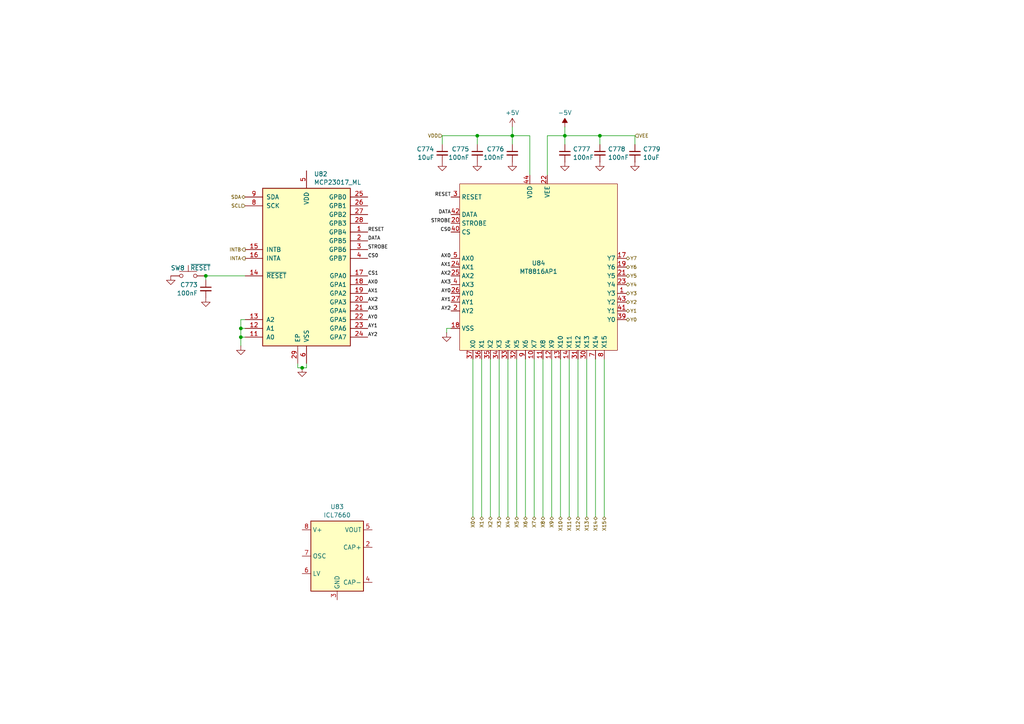
<source format=kicad_sch>
(kicad_sch (version 20250114) (generator "eeschema") (generator_version "9.0")
  (paper "A4")
  (lib_symbols
    (symbol "Device:C_Small" (pin_numbers (hide yes)) (pin_names (offset 0.254) (hide yes))
      (property "Reference" "C" (at 0.254 1.778 0))
      (property "Value" "C_Small" (at 0.254 -2.032 0))
      (symbol "C_Small_0_1"
        (polyline (pts (xy -1.524 0.508) (xy 1.524 0.508)) (stroke (width 0.3048)))
        (polyline (pts (xy -1.524 -0.508) (xy 1.524 -0.508)) (stroke (width 0.3302)))
      )
      (symbol "C_Small_1_1"
        (pin passive line (at 0 2.54 270) (length 2.032) (name "~") (number "1"))
        (pin passive line (at 0 -2.54 90) (length 2.032) (name "~") (number "2"))
      )
    )
    (symbol "Interface_Expansion:MCP23017_ML" (pin_names (offset 1.016))
      (property "Reference" "U" (at -11.43 24.13 0))
      (property "Value" "MCP23017_ML" (at 0 0 0))
      (symbol "MCP23017_ML_0_1"
        (rectangle (start -12.7 22.86) (end 12.7 -22.86) (stroke (width 0.254)) (fill (type background)))
      )
      (symbol "MCP23017_ML_1_1"
        (pin bidirectional line (at -17.78 20.32 0) (length 5.08) (name "SDA") (number "9"))
        (pin input line (at -17.78 17.78 0) (length 5.08) (name "SCK") (number "8"))
        (pin tri_state line (at -17.78 5.08 0) (length 5.08) (name "INTB") (number "15"))
        (pin tri_state line (at -17.78 2.54 0) (length 5.08) (name "INTA") (number "16"))
        (pin input line (at -17.78 -2.54 0) (length 5.08) (name "~{RESET}") (number "14"))
        (pin input line (at -17.78 -15.24 0) (length 5.08) (name "A2") (number "13"))
        (pin input line (at -17.78 -17.78 0) (length 5.08) (name "A1") (number "12"))
        (pin input line (at -17.78 -20.32 0) (length 5.08) (name "A0") (number "11"))
        (pin no_connect line (at -12.7 15.24 0) (length 5.08) (hide yes) (name "NC") (number "7"))
        (pin no_connect line (at -12.7 12.7 0) (length 5.08) (hide yes) (name "NC") (number "10"))
        (pin passive line (at -2.54 -27.94 90) (length 5.08) (name "EP") (number "29"))
        (pin power_in line (at 0 27.94 270) (length 5.08) (name "VDD") (number "5"))
        (pin power_in line (at 0 -27.94 90) (length 5.08) (name "VSS") (number "6"))
        (pin bidirectional line (at 17.78 20.32 180) (length 5.08) (name "GPB0") (number "25"))
        (pin bidirectional line (at 17.78 17.78 180) (length 5.08) (name "GPB1") (number "26"))
        (pin bidirectional line (at 17.78 15.24 180) (length 5.08) (name "GPB2") (number "27"))
        (pin bidirectional line (at 17.78 12.7 180) (length 5.08) (name "GPB3") (number "28"))
        (pin bidirectional line (at 17.78 10.16 180) (length 5.08) (name "GPB4") (number "1"))
        (pin bidirectional line (at 17.78 7.62 180) (length 5.08) (name "GPB5") (number "2"))
        (pin bidirectional line (at 17.78 5.08 180) (length 5.08) (name "GPB6") (number "3"))
        (pin output line (at 17.78 2.54 180) (length 5.08) (name "GPB7") (number "4"))
        (pin bidirectional line (at 17.78 -2.54 180) (length 5.08) (name "GPA0") (number "17"))
        (pin bidirectional line (at 17.78 -5.08 180) (length 5.08) (name "GPA1") (number "18"))
        (pin bidirectional line (at 17.78 -7.62 180) (length 5.08) (name "GPA2") (number "19"))
        (pin bidirectional line (at 17.78 -10.16 180) (length 5.08) (name "GPA3") (number "20"))
        (pin bidirectional line (at 17.78 -12.7 180) (length 5.08) (name "GPA4") (number "21"))
        (pin bidirectional line (at 17.78 -15.24 180) (length 5.08) (name "GPA5") (number "22"))
        (pin bidirectional line (at 17.78 -17.78 180) (length 5.08) (name "GPA6") (number "23"))
        (pin output line (at 17.78 -20.32 180) (length 5.08) (name "GPA7") (number "24"))
      )
    )
    (symbol "MT8816AP1_1"
      (property "Reference" "U" (at 0.254 2.286 0))
      (property "Value" "MT8816AP1" (at 0.254 -0.762 0))
      (symbol "MT8816AP1_1_0_0"
        (pin input line (at -25.4 20.32 0) (length 2.54) (name "RESET") (number "3"))
        (pin input line (at -25.4 15.24 0) (length 2.54) (name "DATA") (number "42"))
        (pin input line (at -25.4 12.7 0) (length 2.54) (name "STROBE") (number "20"))
        (pin input line (at -25.4 10.16 0) (length 2.54) (name "CS") (number "40"))
        (pin input line (at -25.4 2.54 0) (length 2.54) (name "AX0") (number "5"))
        (pin input line (at -25.4 0 0) (length 2.54) (name "AX1") (number "24"))
        (pin input line (at -25.4 -2.54 0) (length 2.54) (name "AX2") (number "25"))
        (pin input line (at -25.4 -5.08 0) (length 2.54) (name "AX3") (number "4"))
        (pin input line (at -25.4 -7.62 0) (length 2.54) (name "AY0") (number "26"))
        (pin input line (at -25.4 -10.16 0) (length 2.54) (name "AY1") (number "27"))
        (pin input line (at -25.4 -12.7 0) (length 2.54) (name "AY2") (number "2"))
        (pin power_in line (at -25.4 -17.78 0) (length 2.54) (name "VSS") (number "18"))
        (pin bidirectional line (at -19.05 -26.67 90) (length 2.54) (name "X0") (number "37"))
        (pin bidirectional line (at -16.51 -26.67 90) (length 2.54) (name "X1") (number "36"))
        (pin bidirectional line (at -13.97 -26.67 90) (length 2.54) (name "X2") (number "35"))
        (pin bidirectional line (at -11.43 -26.67 90) (length 2.54) (name "X3") (number "34"))
        (pin bidirectional line (at -8.89 -26.67 90) (length 2.54) (name "X4") (number "33"))
        (pin bidirectional line (at -6.35 -26.67 90) (length 2.54) (name "X5") (number "32"))
        (pin bidirectional line (at -3.81 -26.67 90) (length 2.54) (name "X6") (number "9"))
        (pin power_in line (at -2.54 26.67 270) (length 2.54) (name "VDD") (number "44"))
        (pin bidirectional line (at -1.27 -26.67 90) (length 2.54) (name "X7") (number "10"))
        (pin bidirectional line (at 1.27 -26.67 90) (length 2.54) (name "X8") (number "11"))
        (pin power_in line (at 2.54 26.67 270) (length 2.54) (name "VEE") (number "22"))
        (pin bidirectional line (at 3.81 -26.67 90) (length 2.54) (name "X9") (number "12"))
        (pin bidirectional line (at 6.35 -26.67 90) (length 2.54) (name "X10") (number "13"))
        (pin bidirectional line (at 8.89 -26.67 90) (length 2.54) (name "X11") (number "14"))
        (pin bidirectional line (at 11.43 -26.67 90) (length 2.54) (name "X12") (number "31"))
        (pin bidirectional line (at 13.97 -26.67 90) (length 2.54) (name "X13") (number "30"))
        (pin bidirectional line (at 16.51 -26.67 90) (length 2.54) (name "X14") (number "7"))
        (pin bidirectional line (at 19.05 -26.67 90) (length 2.54) (name "X15") (number "8"))
        (pin no_connect line (at 25.4 20.32 180) (length 2.54) (hide yes) (name "NC") (number "6"))
        (pin no_connect line (at 25.4 17.78 180) (length 2.54) (hide yes) (name "NC") (number "15"))
        (pin no_connect line (at 25.4 15.24 180) (length 2.54) (hide yes) (name "NC") (number "16"))
        (pin no_connect line (at 25.4 12.7 180) (length 2.54) (hide yes) (name "NC") (number "28"))
        (pin no_connect line (at 25.4 10.16 180) (length 2.54) (hide yes) (name "NC") (number "29"))
        (pin no_connect line (at 25.4 7.62 180) (length 2.54) (hide yes) (name "NC") (number "38"))
        (pin bidirectional line (at 25.4 2.54 180) (length 2.54) (name "Y7") (number "17"))
        (pin bidirectional line (at 25.4 0 180) (length 2.54) (name "Y6") (number "19"))
        (pin bidirectional line (at 25.4 -2.54 180) (length 2.54) (name "Y5") (number "21"))
        (pin bidirectional line (at 25.4 -5.08 180) (length 2.54) (name "Y4") (number "23"))
        (pin bidirectional line (at 25.4 -7.62 180) (length 2.54) (name "Y3") (number "1"))
        (pin bidirectional line (at 25.4 -10.16 180) (length 2.54) (name "Y2") (number "43"))
        (pin bidirectional line (at 25.4 -12.7 180) (length 2.54) (name "Y1") (number "41"))
        (pin bidirectional line (at 25.4 -15.24 180) (length 2.54) (name "Y0") (number "39"))
      )
      (symbol "MT8816AP1_1_1_1"
        (rectangle (start -22.86 24.13) (end 22.86 -24.13) (fill (type background)))
      )
    )
    (symbol "Regulator_SwitchedCapacitor:ICL7660"
      (property "Reference" "U" (at -6.35 11.43 0))
      (property "Value" "ICL7660" (at 3.81 11.43 0))
      (symbol "ICL7660_0_1"
        (rectangle (start -7.62 10.16) (end 7.62 -10.16) (stroke (width 0.254)) (fill (type background)))
      )
      (symbol "ICL7660_1_1"
        (pin power_in line (at -10.16 7.62 0) (length 2.54) (name "V+") (number "8"))
        (pin input line (at -10.16 0 0) (length 2.54) (name "OSC") (number "7"))
        (pin input line (at -10.16 -5.08 0) (length 2.54) (name "LV") (number "6"))
        (pin no_connect line (at -7.62 5.08 0) (length 2.54) (hide yes) (name "NC") (number "1"))
        (pin power_in line (at 0 -12.7 90) (length 2.54) (name "GND") (number "3"))
        (pin power_out line (at 10.16 7.62 180) (length 2.54) (name "VOUT") (number "5"))
        (pin input line (at 10.16 2.54 180) (length 2.54) (name "CAP+") (number "2"))
        (pin input line (at 10.16 -7.62 180) (length 2.54) (name "CAP-") (number "4"))
      )
    )
    (symbol "Switch:SW_Push" (pin_numbers (hide yes)) (pin_names (offset 1.016) (hide yes))
      (property "Reference" "SW" (at 1.27 2.54 0))
      (property "Value" "SW_Push" (at 0 -1.524 0))
      (symbol "SW_Push_0_1"
        (circle (center -2.032 0) (radius 0.508))
        (polyline (pts (xy 0 1.27) (xy 0 3.048)))
        (circle (center 2.032 0) (radius 0.508))
        (polyline (pts (xy 2.54 1.27) (xy -2.54 1.27)))
        (pin passive line (at -5.08 0 0) (length 2.54) (name "1") (number "1"))
        (pin passive line (at 5.08 0 180) (length 2.54) (name "2") (number "2"))
      )
    )
    (symbol "power:+5V" (power) (pin_numbers (hide yes)) (pin_names (offset 0) (hide yes))
      (property "Value" "+5V" (at 0 3.556 0))
      (symbol "+5V_0_1"
        (polyline (pts (xy -0.762 1.27) (xy 0 2.54)))
        (polyline (pts (xy 0 2.54) (xy 0.762 1.27)))
        (polyline (pts (xy 0 0) (xy 0 2.54)))
      )
      (symbol "+5V_1_1"
        (pin power_in line (at 0 0 90) (length 0) (name "~") (number "1"))
      )
    )
    (symbol "power:-5V" (power) (pin_numbers (hide yes)) (pin_names (offset 0) (hide yes))
      (property "Value" "-5V" (at 0 3.556 0))
      (symbol "-5V_0_0"
        (pin power_in line (at 0 0 90) (length 0) (name "~") (number "1"))
      )
      (symbol "-5V_0_1"
        (polyline (pts (xy 0 0) (xy 0 1.27) (xy 0.762 1.27) (xy 0 2.54) (xy -0.762 1.27) (xy 0 1.27)) (fill (type outline)))
      )
    )
    (symbol "power:GND" (power) (pin_numbers (hide yes)) (pin_names (offset 0) (hide yes))
      (property "Value" "GND" (at 0 -3.81 0))
      (symbol "GND_0_1"
        (polyline (pts (xy 0 0) (xy 0 -1.27) (xy 1.27 -1.27) (xy 0 -2.54) (xy -1.27 -1.27) (xy 0 -1.27)))
      )
      (symbol "GND_1_1"
        (pin power_in line (at 0 0 270) (length 0) (name "~") (number "1"))
      )
    )
  )
  (junction (at 138.43 39.37))
  (junction (at 69.85 97.79))
  (junction (at 173.99 39.37))
  (junction (at 59.69 80.01))
  (junction (at 87.63 106.68))
  (junction (at 69.85 95.25))
  (junction (at 148.59 39.37))
  (junction (at 163.83 39.37))
  (wire (pts (xy 148.59 39.37) (xy 148.59 41.91)))
  (wire (pts (xy 158.75 50.8) (xy 158.75 39.37)))
  (wire (pts (xy 157.48 104.14) (xy 157.48 149.86)))
  (wire (pts (xy 158.75 39.37) (xy 163.83 39.37)))
  (wire (pts (xy 162.56 104.14) (xy 162.56 149.86)))
  (wire (pts (xy 144.78 104.14) (xy 144.78 149.86)))
  (wire (pts (xy 87.63 106.68) (xy 86.36 106.68)))
  (wire (pts (xy 147.32 104.14) (xy 147.32 149.86)))
  (wire (pts (xy 149.86 104.14) (xy 149.86 149.86)))
  (wire (pts (xy 129.54 95.25) (xy 130.81 95.25)))
  (wire (pts (xy 69.85 95.25) (xy 71.12 95.25)))
  (wire (pts (xy 142.24 104.14) (xy 142.24 149.86)))
  (wire (pts (xy 163.83 36.83) (xy 163.83 39.37)))
  (wire (pts (xy 173.99 39.37) (xy 184.15 39.37)))
  (wire (pts (xy 59.69 80.01) (xy 71.12 80.01)))
  (wire (pts (xy 128.27 39.37) (xy 138.43 39.37)))
  (wire (pts (xy 88.9 105.41) (xy 88.9 106.68)))
  (wire (pts (xy 129.54 96.52) (xy 129.54 95.25)))
  (wire (pts (xy 153.67 50.8) (xy 153.67 39.37)))
  (wire (pts (xy 69.85 97.79) (xy 69.85 95.25)))
  (wire (pts (xy 69.85 100.33) (xy 69.85 97.79)))
  (wire (pts (xy 128.27 39.37) (xy 128.27 41.91)))
  (wire (pts (xy 152.4 104.14) (xy 152.4 149.86)))
  (wire (pts (xy 165.1 104.14) (xy 165.1 149.86)))
  (wire (pts (xy 184.15 39.37) (xy 184.15 41.91)))
  (wire (pts (xy 167.64 104.14) (xy 167.64 149.86)))
  (wire (pts (xy 170.18 104.14) (xy 170.18 149.86)))
  (wire (pts (xy 154.94 104.14) (xy 154.94 149.86)))
  (wire (pts (xy 59.69 80.01) (xy 59.69 81.28)))
  (wire (pts (xy 173.99 39.37) (xy 173.99 41.91)))
  (wire (pts (xy 172.72 104.14) (xy 172.72 149.86)))
  (wire (pts (xy 148.59 36.83) (xy 148.59 39.37)))
  (wire (pts (xy 86.36 105.41) (xy 86.36 106.68)))
  (wire (pts (xy 69.85 97.79) (xy 71.12 97.79)))
  (wire (pts (xy 163.83 39.37) (xy 163.83 41.91)))
  (wire (pts (xy 160.02 104.14) (xy 160.02 149.86)))
  (wire (pts (xy 153.67 39.37) (xy 148.59 39.37)))
  (wire (pts (xy 138.43 41.91) (xy 138.43 39.37)))
  (wire (pts (xy 175.26 104.14) (xy 175.26 149.86)))
  (wire (pts (xy 137.16 104.14) (xy 137.16 149.86)))
  (wire (pts (xy 69.85 92.71) (xy 71.12 92.71)))
  (wire (pts (xy 69.85 95.25) (xy 69.85 92.71)))
  (wire (pts (xy 88.9 106.68) (xy 87.63 106.68)))
  (wire (pts (xy 163.83 39.37) (xy 173.99 39.37)))
  (wire (pts (xy 138.43 39.37) (xy 148.59 39.37)))
  (wire (pts (xy 139.7 104.14) (xy 139.7 149.86)))
  (label "AX3" (at 106.68 90.17 0) (effects (font (size 1 1))))
  (label "CS0" (at 130.81 67.31 180) (effects (font (size 1 1))))
  (label "AY2" (at 106.68 97.79 0) (effects (font (size 1 1))))
  (label "AY0" (at 106.68 92.71 0) (effects (font (size 1 1))))
  (label "AY0" (at 130.81 85.09 180) (effects (font (size 1 1))))
  (label "CS1" (at 106.68 80.01 0) (effects (font (size 1 1))))
  (label "AX2" (at 130.81 80.01 180) (effects (font (size 1 1))))
  (label "AX0" (at 106.68 82.55 0) (effects (font (size 1 1))))
  (label "DATA" (at 106.68 69.85 0) (effects (font (size 1 1))))
  (label "AY1" (at 130.81 87.63 180) (effects (font (size 1 1))))
  (label "AX2" (at 106.68 87.63 0) (effects (font (size 1 1))))
  (label "AX0" (at 130.81 74.93 180) (effects (font (size 1 1))))
  (label "AY1" (at 106.68 95.25 0) (effects (font (size 1 1))))
  (label "STROBE" (at 130.81 64.77 180) (effects (font (size 1 1))))
  (label "STROBE" (at 106.68 72.39 0) (effects (font (size 1 1))))
  (label "AX1" (at 130.81 77.47 180) (effects (font (size 1 1))))
  (label "AY2" (at 130.81 90.17 180) (effects (font (size 1 1))))
  (label "DATA" (at 130.81 62.23 180) (effects (font (size 1 1))))
  (label "CS0" (at 106.68 74.93 0) (effects (font (size 1 1))))
  (label "RESET" (at 106.68 67.31 0) (effects (font (size 1 1))))
  (label "AX3" (at 130.81 82.55 180) (effects (font (size 1 1))))
  (label "AX1" (at 106.68 85.09 0) (effects (font (size 1 1))))
  (label "RESET" (at 130.81 57.15 180) (effects (font (size 1 1))))
  (hierarchical_label "X9" (shape bidirectional) (at 160.02 149.86 270) (effects (font (size 1 1))))
  (hierarchical_label "X0" (shape bidirectional) (at 137.16 149.86 270) (effects (font (size 1 1))))
  (hierarchical_label "VEE" (shape input) (at 184.15 39.37 0) (effects (font (size 1 1))))
  (hierarchical_label "X13" (shape bidirectional) (at 170.18 149.86 270) (effects (font (size 1 1))))
  (hierarchical_label "INTB" (shape output) (at 71.12 72.39 180) (effects (font (size 1 1))))
  (hierarchical_label "Y3" (shape bidirectional) (at 181.61 85.09 0) (effects (font (size 1 1))))
  (hierarchical_label "Y0" (shape bidirectional) (at 181.61 92.71 0) (effects (font (size 1 1))))
  (hierarchical_label "X6" (shape bidirectional) (at 152.4 149.86 270) (effects (font (size 1 1))))
  (hierarchical_label "X3" (shape bidirectional) (at 144.78 149.86 270) (effects (font (size 1 1))))
  (hierarchical_label "SCL" (shape input) (at 71.12 59.69 180) (effects (font (size 1 1))))
  (hierarchical_label "X14" (shape bidirectional) (at 172.72 149.86 270) (effects (font (size 1 1))))
  (hierarchical_label "Y6" (shape bidirectional) (at 181.61 77.47 0) (effects (font (size 1 1))))
  (hierarchical_label "X15" (shape bidirectional) (at 175.26 149.86 270) (effects (font (size 1 1))))
  (hierarchical_label "X5" (shape bidirectional) (at 149.86 149.86 270) (effects (font (size 1 1))))
  (hierarchical_label "Y7" (shape bidirectional) (at 181.61 74.93 0) (effects (font (size 1 1))))
  (hierarchical_label "X8" (shape bidirectional) (at 157.48 149.86 270) (effects (font (size 1 1))))
  (hierarchical_label "Y1" (shape bidirectional) (at 181.61 90.17 0) (effects (font (size 1 1))))
  (hierarchical_label "X10" (shape bidirectional) (at 162.56 149.86 270) (effects (font (size 1 1))))
  (hierarchical_label "X1" (shape bidirectional) (at 139.7 149.86 270) (effects (font (size 1 1))))
  (hierarchical_label "Y5" (shape bidirectional) (at 181.61 80.01 0) (effects (font (size 1 1))))
  (hierarchical_label "VDD" (shape input) (at 128.27 39.37 180) (effects (font (size 1 1))))
  (hierarchical_label "X4" (shape bidirectional) (at 147.32 149.86 270) (effects (font (size 1 1))))
  (hierarchical_label "SDA" (shape bidirectional) (at 71.12 57.15 180) (effects (font (size 1 1))))
  (hierarchical_label "X2" (shape bidirectional) (at 142.24 149.86 270) (effects (font (size 1 1))))
  (hierarchical_label "INTA" (shape output) (at 71.12 74.93 180) (effects (font (size 1 1))))
  (hierarchical_label "Y2" (shape bidirectional) (at 181.61 87.63 0) (effects (font (size 1 1))))
  (hierarchical_label "X11" (shape bidirectional) (at 165.1 149.86 270) (effects (font (size 1 1))))
  (hierarchical_label "Y4" (shape bidirectional) (at 181.61 82.55 0) (effects (font (size 1 1))))
  (hierarchical_label "X7" (shape bidirectional) (at 154.94 149.86 270) (effects (font (size 1 1))))
  (hierarchical_label "X12" (shape bidirectional) (at 167.64 149.86 270) (effects (font (size 1 1))))
  (symbol (lib_id "power:GND") (at 148.59 46.99 0) (unit 1)
    (property "Reference" "#PWR0923" (effects (hide yes)))
    (property "Value" "GND" (effects (hide yes)))
    (property "Description" "Power symbol creates a global label with name \"GND\" , ground" (effects (hide yes)))
  )
  (symbol (lib_id "power:-5V") (at 163.83 36.83 0) (unit 1)
    (property "Reference" "#PWR0924" (effects (hide yes)))
    (property "Value" "-5V" (at 163.83 32.6969 0))
    (property "Description" "Power symbol creates a global label with name \"-5V\"" (effects (hide yes)))
  )
  (symbol (lib_id "power:GND") (at 163.83 46.99 0) (unit 1)
    (property "Reference" "#PWR0925" (effects (hide yes)))
    (property "Value" "GND" (effects (hide yes)))
    (property "Description" "Power symbol creates a global label with name \"GND\" , ground" (effects (hide yes)))
  )
  (symbol (lib_id "power:GND") (at 173.99 46.99 0) (unit 1)
    (property "Reference" "#PWR0926" (effects (hide yes)))
    (property "Value" "GND" (effects (hide yes)))
    (property "Description" "Power symbol creates a global label with name \"GND\" , ground" (effects (hide yes)))
  )
  (symbol (lib_id "power:GND") (at 69.85 100.33 0) (unit 1)
    (property "Reference" "#PWR0917" (effects (hide yes)))
    (property "Value" "GND" (effects (hide yes)))
    (property "Description" "Power symbol creates a global label with name \"GND\" , ground" (effects (hide yes)))
  )
  (symbol (lib_id "power:+5V") (at 148.59 36.83 0) (unit 1)
    (property "Reference" "#PWR0922" (effects (hide yes)))
    (property "Value" "+5V" (at 148.59 32.6969 0))
    (property "Description" "Power symbol creates a global label with name \"+5V\"" (effects (hide yes)))
  )
  (symbol (lib_id "power:GND") (at 129.54 96.52 0) (unit 1)
    (property "Reference" "#PWR0920" (effects (hide yes)))
    (property "Value" "GND" (effects (hide yes)))
    (property "Description" "Power symbol creates a global label with name \"GND\" , ground" (effects (hide yes)))
  )
  (symbol (lib_id "power:GND") (at 128.27 46.99 0) (unit 1)
    (property "Reference" "#PWR0919" (effects (hide yes)))
    (property "Value" "GND" (effects (hide yes)))
    (property "Description" "Power symbol creates a global label with name \"GND\" , ground" (effects (hide yes)))
  )
  (symbol (lib_id "power:GND") (at 138.43 46.99 0) (unit 1)
    (property "Reference" "#PWR0921" (effects (hide yes)))
    (property "Value" "GND" (effects (hide yes)))
    (property "Description" "Power symbol creates a global label with name \"GND\" , ground" (effects (hide yes)))
  )
  (symbol (lib_id "Device:C_Small") (at 59.69 83.82 0) (mirror y) (unit 1)
    (property "Reference" "C773" (at 57.3659 82.6141 0) (effects (justify left)))
    (property "Value" "100nF" (at 57.3659 85.0384 0) (effects (justify left)))
    (property "Description" "Unpolarized capacitor, small symbol" (effects (hide yes)))
  )
  (symbol (lib_id "power:GND") (at 184.15 46.99 0) (unit 1)
    (property "Reference" "#PWR0927" (effects (hide yes)))
    (property "Value" "GND" (effects (hide yes)))
    (property "Description" "Power symbol creates a global label with name \"GND\" , ground" (effects (hide yes)))
  )
  (symbol (lib_id "Device:C_Small") (at 138.43 44.45 0) (mirror y) (unit 1)
    (property "Reference" "C775" (at 136.1059 43.2441 0) (effects (justify left)))
    (property "Value" "100nF" (at 136.1059 45.6684 0) (effects (justify left)))
    (property "Description" "Unpolarized capacitor, small symbol" (effects (hide yes)))
  )
  (symbol (lib_id "power:GND") (at 49.53 80.01 0) (unit 1)
    (property "Reference" "#PWR0915" (effects (hide yes)))
    (property "Value" "GND" (effects (hide yes)))
    (property "Description" "Power symbol creates a global label with name \"GND\" , ground" (effects (hide yes)))
  )
  (symbol (lib_id "power:GND") (at 59.69 86.36 0) (unit 1)
    (property "Reference" "#PWR0916" (effects (hide yes)))
    (property "Value" "GND" (effects (hide yes)))
    (property "Description" "Power symbol creates a global label with name \"GND\" , ground" (effects (hide yes)))
  )
  (symbol (lib_id "Device:C_Small") (at 128.27 44.45 0) (mirror y) (unit 1)
    (property "Reference" "C774" (at 125.9459 43.2441 0) (effects (justify left)))
    (property "Value" "10uF" (at 125.9459 45.6684 0) (effects (justify left)))
    (property "Description" "Unpolarized capacitor, small symbol" (effects (hide yes)))
  )
  (symbol (lib_id "Device:C_Small") (at 184.15 44.45 0) (unit 1)
    (property "Reference" "C779" (at 186.4741 43.2441 0) (effects (justify left)))
    (property "Value" "10uF" (at 186.4741 45.6684 0) (effects (justify left)))
    (property "Description" "Unpolarized capacitor, small symbol" (effects (hide yes)))
  )
  (symbol (lib_id "Switch:SW_Push") (at 54.61 80.01 0) (unit 1)
    (property "Reference" "SW8" (at 51.562 77.724 0))
    (property "Value" "~{RESET}" (at 58.166 77.724 0))
    (property "Footprint" "Button_Switch_SMD:SW_SPST_TL3342" (effects (hide yes)))
    (property "Description" "Push button switch, generic, two pins" (effects (hide yes)))
  )
  (symbol (lib_name "MT8816AP1_1") (lib_id "AudioPanelLibrary:MT8816AP1") (at 156.21 77.47 0) (unit 1)
    (property "Reference" "U84" (at 156.21 76.3157 0))
    (property "Value" "MT8816AP1" (at 156.21 78.74 0))
    (property "Footprint" "Package_LCC:PLCC-44" (effects (hide yes)))
    (property "Datasheet" "https://www.es.co.th/Schemetic/PDF/MT8816.PDF" (effects (hide yes)))
    (property "Description" "8 x 16 Analog Switch Array" (effects (hide yes)))
  )
  (symbol (lib_id "Device:C_Small") (at 148.59 44.45 0) (mirror y) (unit 1)
    (property "Reference" "C776" (at 146.2659 43.2441 0) (effects (justify left)))
    (property "Value" "100nF" (at 146.2659 45.6684 0) (effects (justify left)))
    (property "Description" "Unpolarized capacitor, small symbol" (effects (hide yes)))
  )
  (symbol (lib_id "Device:C_Small") (at 163.83 44.45 0) (unit 1)
    (property "Reference" "C777" (at 166.1541 43.2441 0) (effects (justify left)))
    (property "Value" "100nF" (at 166.1541 45.6684 0) (effects (justify left)))
    (property "Description" "Unpolarized capacitor, small symbol" (effects (hide yes)))
  )
  (symbol (lib_id "Interface_Expansion:MCP23017_ML") (at 88.9 77.47 0) (unit 1)
    (property "Reference" "U82" (at 91.0433 50.4655 0) (effects (justify left)))
    (property "Value" "MCP23017_ML" (at 91.0433 52.8898 0) (effects (justify left)))
    (property "Footprint" "Package_DFN_QFN:QFN-28-1EP_6x6mm_P0.65mm_EP4.25x4.25mm" (effects (hide yes)))
    (property "Datasheet" "https://ww1.microchip.com/downloads/aemDocuments/documents/APID/ProductDocuments/DataSheets/MCP23017-Data-Sheet-DS20001952.pdf" (effects (hide yes)))
    (property "Description" "16-bit I/O expander, I2C, interrupts, w pull-ups, GPA/B7 output only (https://microchip.my.site.com/s/article/GPA7---GPB7-Cannot-Be-Used-as-Inputs-In-MCP23017), QFN-28" (effects (hide yes)))
  )
  (symbol (lib_id "power:GND") (at 87.63 106.68 0) (unit 1)
    (property "Reference" "#PWR0918" (effects (hide yes)))
    (property "Value" "GND" (effects (hide yes)))
    (property "Description" "Power symbol creates a global label with name \"GND\" , ground" (effects (hide yes)))
  )
  (symbol (lib_id "Regulator_SwitchedCapacitor:ICL7660") (at 97.79 161.29 0) (unit 1)
    (property "Reference" "U83" (at 97.79 146.9855 0))
    (property "Value" "ICL7660" (at 97.79 149.4098 0))
    (property "Datasheet" "http://datasheets.maximintegrated.com/en/ds/ICL7660-MAX1044.pdf" (effects (hide yes)))
    (property "Description" "Switched-Capacitor Voltage Converter, 1.5V to 10.0V operating supply voltage, 10mA with a 0.5V output drop, SO-8/DIP-8/µMAX-8/TO-99" (effects (hide yes)))
  )
  (symbol (lib_id "Device:C_Small") (at 173.99 44.45 0) (unit 1)
    (property "Reference" "C778" (at 176.3141 43.2441 0) (effects (justify left)))
    (property "Value" "100nF" (at 176.3141 45.6684 0) (effects (justify left)))
    (property "Description" "Unpolarized capacitor, small symbol" (effects (hide yes)))
  )
)
</source>
